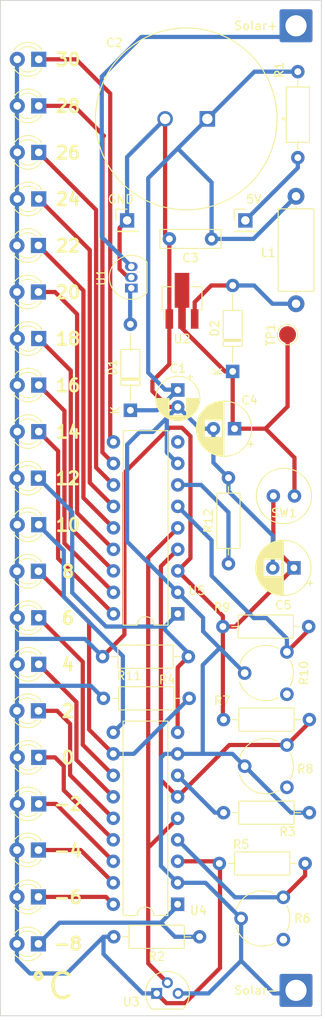
<source format=kicad_pcb>
(kicad_pcb (version 20211014) (generator pcbnew)
  (title_block (title "Solar temperature indicator") (date "2022-11-01"))
  (layers (0 "F.Cu" signal) (31 "B.Cu" signal) (34 "B.Paste" user) (35 "F.Paste" user) (36 "B.SilkS" user "B.Silkscreen") (37 "F.SilkS" user "F.Silkscreen") (38 "B.Mask" user) (39 "F.Mask" user) (44 "Edge.Cuts" user))
  (net 0 "")
  (net 1 "/supply/Solar+")
  (net 2 "GND")
  (net 3 "/supply/5V")
  (net 4 "Net-(D3-Pad1)")
  (net 5 "Net-(D4-Pad1)")
  (net 6 "Net-(D5-Pad1)")
  (net 7 "Net-(D6-Pad1)")
  (net 8 "Net-(D7-Pad1)")
  (net 9 "Net-(D8-Pad1)")
  (net 10 "Net-(D9-Pad1)")
  (net 11 "Net-(D10-Pad1)")
  (net 12 "Net-(D11-Pad1)")
  (net 13 "Net-(D14-Pad1)")
  (net 14 "Net-(D15-Pad1)")
  (net 15 "Net-(D16-Pad1)")
  (net 16 "Net-(D17-Pad1)")
  (net 17 "Net-(D18-Pad1)")
  (net 18 "Net-(D19-Pad1)")
  (net 19 "Net-(D20-Pad1)")
  (net 20 "Net-(D21-Pad1)")
  (net 22 "/temp_indicator/5V")
  (net 23 "Net-(U3-Pad2)")
  (net 24 "Net-(J3-Pad1)")
  (net 25 "Net-(D2-Pad2)")
  (net 26 "Net-(D12-Pad1)")
  (net 27 "Net-(D22-Pad1)")
  (net 28 "Net-(D1-Pad2)")
  (net 29 "Net-(C1-Pad1)")
  (net 30 "Net-(D13-Pad1)")
  (net 31 "Net-(R3-Pad1)")
  (net 32 "Net-(R5-Pad2)")
  (net 33 "Net-(R7-Pad2)")
  (net 34 "Net-(R10-Pad1)")
  (net 35 "Net-(R12-Pad1)")
  (footprint "Connector_Wire:SolderWire-2sqmm_1x01_D2mm_OD3.9mm" (layer "F.Cu") (at 152 37)
    (fp_text reference "Solar+" (at -4.75 0) (layer "F.SilkS"))
    (fp_text value "Solar+")
    (pad "1" thru_hole roundrect (at 0 0) (size 3.9 3.9) (drill 2.5) (layers *.Cu *.Mask) (roundrect_rratio 0.06410307692) (net 1 "/supply/Solar+"))
  )
  (footprint "LED_THT:LED_D3.0mm" (layer "F.Cu") (at 121.53779 123.461464 180)
    (fp_text reference "D7" hide)
    (fp_text value "D" hide)
    (pad "1" thru_hole rect (at 0 0 180) (size 1.8 1.8) (drill 0.9) (layers *.Cu *.Mask) (net 8 "Net-(D7-Pad1)"))
    (pad "2" thru_hole circle (at 2.54 0 180) (size 1.8 1.8) (drill 0.9) (layers *.Cu *.Mask) (net 22 "/temp_indicator/5V"))
  )
  (footprint "LED_THT:LED_D3.0mm" (layer "F.Cu") (at 121.53779 84.961464 180)
    (fp_text reference "D14" hide)
    (fp_text value "D" hide)
    (pad "1" thru_hole rect (at 0 0 180) (size 1.8 1.8) (drill 0.9) (layers *.Cu *.Mask) (net 13 "Net-(D14-Pad1)"))
    (pad "2" thru_hole circle (at 2.54 0 180) (size 1.8 1.8) (drill 0.9) (layers *.Cu *.Mask) (net 22 "/temp_indicator/5V"))
  )
  (footprint "Resistor_THT:R_Axial_DIN0207_L6.3mm_D2.5mm_P10.16mm_Horizontal" (layer "F.Cu") (at 143.34 108)
    (fp_text reference "R9" (at -0.09 -2.25) (layer "F.SilkS"))
    (fp_text value "1k")
    (pad "1" thru_hole circle (at 0 0) (size 1.6 1.6) (drill 0.8) (layers *.Cu *.Mask) (net 22 "/temp_indicator/5V"))
    (pad "2" thru_hole oval (at 10.16 0) (size 1.6 1.6) (drill 0.8) (layers *.Cu *.Mask) (net 34 "Net-(R10-Pad1)"))
  )
  (footprint "Potentiometer_THT:Potentiometer_Piher_PT-6-V_Vertical" (layer "F.Cu") (at 150.5 140 180)
    (fp_text reference "R6" (at -2.25 -2.5 180) (layer "F.SilkS"))
    (fp_text value "500")
    (pad "1" thru_hole circle (at 0 0 180) (size 1.62 1.62) (drill 0.9) (layers *.Cu *.Mask) (net 32 "Net-(R5-Pad2)"))
    (pad "2" thru_hole circle (at 5 -2.5 180) (size 1.62 1.62) (drill 0.9) (layers *.Cu *.Mask) (net 2 "GND"))
    (pad "3" thru_hole circle (at 0 -5 180) (size 1.62 1.62) (drill 0.9) (layers *.Cu *.Mask))
  )
  (footprint "LED_THT:LED_D3.0mm" (layer "F.Cu") (at 121.5 145.5 180)
    (fp_text reference "D3" hide)
    (fp_text value "D" hide)
    (pad "1" thru_hole rect (at 0 0 180) (size 1.8 1.8) (drill 0.9) (layers *.Cu *.Mask) (net 4 "Net-(D3-Pad1)"))
    (pad "2" thru_hole circle (at 2.54 0 180) (size 1.8 1.8) (drill 0.9) (layers *.Cu *.Mask) (net 22 "/temp_indicator/5V"))
  )
  (footprint "LED_THT:LED_D3.0mm" (layer "F.Cu") (at 121.53779 112.461464 180)
    (fp_text reference "D9" hide)
    (fp_text value "D" hide)
    (pad "1" thru_hole rect (at 0 0 180) (size 1.8 1.8) (drill 0.9) (layers *.Cu *.Mask) (net 10 "Net-(D9-Pad1)"))
    (pad "2" thru_hole circle (at 2.54 0 180) (size 1.8 1.8) (drill 0.9) (layers *.Cu *.Mask) (net 22 "/temp_indicator/5V"))
  )
  (footprint "Package_DIP:DIP-18_W7.62mm" (layer "F.Cu") (at 138 106.5 180)
    (fp_text reference "U5" (at -2.25 2.75) (layer "F.SilkS"))
    (fp_text value "LM3914N")
    (pad "1" thru_hole rect (at 0 0 180) (size 1.6 1.6) (drill 0.8) (layers *.Cu *.Mask) (net 30 "Net-(D13-Pad1)"))
    (pad "2" thru_hole oval (at 0 2.54 180) (size 1.6 1.6) (drill 0.8) (layers *.Cu *.Mask) (net 2 "GND"))
    (pad "3" thru_hole oval (at 0 5.08 180) (size 1.6 1.6) (drill 0.8) (layers *.Cu *.Mask) (net 22 "/temp_indicator/5V"))
    (pad "4" thru_hole oval (at 0 7.62 180) (size 1.6 1.6) (drill 0.8) (layers *.Cu *.Mask) (net 33 "Net-(R7-Pad2)"))
    (pad "5" thru_hole oval (at 0 10.16 180) (size 1.6 1.6) (drill 0.8) (layers *.Cu *.Mask) (net 23 "Net-(U3-Pad2)"))
    (pad "6" thru_hole oval (at 0 12.7 180) (size 1.6 1.6) (drill 0.8) (layers *.Cu *.Mask) (net 34 "Net-(R10-Pad1)"))
    (pad "7" thru_hole oval (at 0 15.24 180) (size 1.6 1.6) (drill 0.8) (layers *.Cu *.Mask) (net 35 "Net-(R12-Pad1)"))
    (pad "8" thru_hole oval (at 0 17.78 180) (size 1.6 1.6) (drill 0.8) (layers *.Cu *.Mask) (net 2 "GND"))
    (pad "9" thru_hole oval (at 0 20.32 180) (size 1.6 1.6) (drill 0.8) (layers *.Cu *.Mask))
    (pad "10" thru_hole oval (at 7.62 20.32 180) (size 1.6 1.6) (drill 0.8) (layers *.Cu *.Mask) (net 27 "Net-(D22-Pad1)"))
    (pad "11" thru_hole oval (at 7.62 17.78 180) (size 1.6 1.6) (drill 0.8) (layers *.Cu *.Mask) (net 20 "Net-(D21-Pad1)"))
    (pad "12" thru_hole oval (at 7.62 15.24 180) (size 1.6 1.6) (drill 0.8) (layers *.Cu *.Mask) (net 19 "Net-(D20-Pad1)"))
    (pad "13" thru_hole oval (at 7.62 12.7 180) (size 1.6 1.6) (drill 0.8) (layers *.Cu *.Mask) (net 18 "Net-(D19-Pad1)"))
    (pad "14" thru_hole oval (at 7.62 10.16 180) (size 1.6 1.6) (drill 0.8) (layers *.Cu *.Mask) (net 17 "Net-(D18-Pad1)"))
    (pad "15" thru_hole oval (at 7.62 7.62 180) (size 1.6 1.6) (drill 0.8) (layers *.Cu *.Mask) (net 16 "Net-(D17-Pad1)"))
    (pad "16" thru_hole oval (at 7.62 5.08 180) (size 1.6 1.6) (drill 0.8) (layers *.Cu *.Mask) (net 15 "Net-(D16-Pad1)"))
    (pad "17" thru_hole oval (at 7.62 2.54 180) (size 1.6 1.6) (drill 0.8) (layers *.Cu *.Mask) (net 14 "Net-(D15-Pad1)"))
    (pad "18" thru_hole oval (at 7.62 0 180) (size 1.6 1.6) (drill 0.8) (layers *.Cu *.Mask) (net 13 "Net-(D14-Pad1)"))
  )
  (footprint "Capacitor_THT:C_Rect_L7.0mm_W2.0mm_P5.00mm" (layer "F.Cu") (at 142.002515 62.184058 180)
    (fp_text reference "C3" (at 2.5 -2.25) (layer "F.SilkS"))
    (fp_text value "0.1u")
    (pad "1" thru_hole circle (at 0 0 180) (size 1.6 1.6) (drill 0.8) (layers *.Cu *.Mask) (net 29 "Net-(C1-Pad1)"))
    (pad "2" thru_hole circle (at 5 0 180) (size 1.6 1.6) (drill 0.8) (layers *.Cu *.Mask) (net 2 "GND"))
  )
  (footprint "LED_THT:LED_D3.0mm" (layer "F.Cu") (at 121.53779 95.961464 180)
    (fp_text reference "D12" hide)
    (fp_text value "D" hide)
    (pad "1" thru_hole rect (at 0 0 180) (size 1.8 1.8) (drill 0.9) (layers *.Cu *.Mask) (net 26 "Net-(D12-Pad1)"))
    (pad "2" thru_hole circle (at 2.54 0 180) (size 1.8 1.8) (drill 0.9) (layers *.Cu *.Mask) (net 22 "/temp_indicator/5V"))
  )
  (footprint "LED_THT:LED_D3.0mm" (layer "F.Cu") (at 121.5 117.961464 180)
    (fp_text reference "D8" hide)
    (fp_text value "D" hide)
    (pad "1" thru_hole rect (at 0 0 180) (size 1.8 1.8) (drill 0.9) (layers *.Cu *.Mask) (net 9 "Net-(D8-Pad1)"))
    (pad "2" thru_hole circle (at 2.54 0 180) (size 1.8 1.8) (drill 0.9) (layers *.Cu *.Mask) (net 22 "/temp_indicator/5V"))
  )
  (footprint "LED_THT:LED_D3.0mm" (layer "F.Cu") (at 121.53779 46.461464 180)
    (fp_text reference "D21" hide)
    (fp_text value "D" hide)
    (pad "1" thru_hole rect (at 0 0 180) (size 1.8 1.8) (drill 0.9) (layers *.Cu *.Mask) (net 20 "Net-(D21-Pad1)"))
    (pad "2" thru_hole circle (at 2.54 0 180) (size 1.8 1.8) (drill 0.9) (layers *.Cu *.Mask) (net 22 "/temp_indicator/5V"))
  )
  (footprint "Resistor_THT:R_Axial_DIN0207_L6.3mm_D2.5mm_P10.16mm_Horizontal" (layer "F.Cu") (at 129.194233 116.483702)
    (fp_text reference "R4" (at 7.542905 -2.192034) (layer "F.SilkS"))
    (fp_text value "20k")
    (pad "1" thru_hole circle (at 0 0) (size 1.6 1.6) (drill 0.8) (layers *.Cu *.Mask) (net 22 "/temp_indicator/5V"))
    (pad "2" thru_hole oval (at 10.16 0) (size 1.6 1.6) (drill 0.8) (layers *.Cu *.Mask) (net 12 "Net-(D11-Pad1)"))
  )
  (footprint "LED_THT:LED_D3.0mm" (layer "F.Cu") (at 121.53779 79.461464 180)
    (fp_text reference "D15" hide)
    (fp_text value "D" hide)
    (pad "1" thru_hole rect (at 0 0 180) (size 1.8 1.8) (drill 0.9) (layers *.Cu *.Mask) (net 14 "Net-(D15-Pad1)"))
    (pad "2" thru_hole circle (at 2.54 0 180) (size 1.8 1.8) (drill 0.9) (layers *.Cu *.Mask) (net 22 "/temp_indicator/5V"))
  )
  (footprint "Capacitor_THT:CP_Radial_D5.0mm_P2.00mm" (layer "F.Cu") (at 138 80.044888 -90)
    (fp_text reference "C1" (at -2.544888 0 180) (layer "F.SilkS"))
    (fp_text value "1u")
    (pad "1" thru_hole rect (at 0 0 270) (size 1.6 1.6) (drill 0.8) (layers *.Cu *.Mask) (net 29 "Net-(C1-Pad1)"))
    (pad "2" thru_hole circle (at 2 0 270) (size 1.6 1.6) (drill 0.8) (layers *.Cu *.Mask) (net 2 "GND"))
  )
  (footprint "footprints:CAP_DB-5R5D155T" (layer "F.Cu") (at 139 48 180)
    (fp_text reference "C2" (at 8.5 9) (layer "F.SilkS"))
    (fp_text value "1F")
    (pad "1" thru_hole rect locked (at -2.5 0 180) (size 1.85 1.85) (drill 1.23) (layers *.Cu *.Mask) (net 29 "Net-(C1-Pad1)"))
    (pad "2" thru_hole circle locked (at 2.5 0 180) (size 1.85 1.85) (drill 1.23) (layers *.Cu *.Mask) (net 2 "GND"))
  )
  (footprint "Package_TO_SOT_THT:TO-92" (layer "F.Cu") (at 135.5 151.36)
    (fp_text reference "U3" (at -3 1) (layer "F.SilkS"))
    (fp_text value "LM35-LP")
    (pad "1" thru_hole rect (at 0 0) (size 1.3 1.3) (drill 0.75) (layers *.Cu *.Mask) (net 22 "/temp_indicator/5V"))
    (pad "2" thru_hole circle (at 1.27 -1.27) (size 1.3 1.3) (drill 0.75) (layers *.Cu *.Mask) (net 23 "Net-(U3-Pad2)"))
    (pad "3" thru_hole circle (at 2.54 0) (size 1.3 1.3) (drill 0.75) (layers *.Cu *.Mask) (net 2 "GND"))
  )
  (footprint "Package_TO_SOT_THT:TO-92_Inline" (layer "F.Cu") (at 132.5 68 90)
    (fp_text reference "U1" (at 1.27 -3.56 90) (layer "F.SilkS"))
    (fp_text value "LP2950")
    (pad "1" thru_hole rect (at 0 0 90) (size 1.05 1.5) (drill 0.75) (layers *.Cu *.Mask) (net 28 "Net-(D1-Pad2)"))
    (pad "2" thru_hole oval (at 1.27 0 90) (size 1.05 1.5) (drill 0.75) (layers *.Cu *.Mask) (net 2 "GND"))
    (pad "3" thru_hole oval (at 2.54 0 90) (size 1.05 1.5) (drill 0.75) (layers *.Cu *.Mask) (net 1 "/supply/Solar+"))
  )
  (footprint "Potentiometer_THT:Potentiometer_Piher_PT-6-V_Vertical" (layer "F.Cu") (at 150.92 111 180)
    (fp_text reference "R10" (at -2 -2.499325 90) (layer "F.SilkS"))
    (fp_text value "500")
    (pad "1" thru_hole circle (at 0 0 180) (size 1.62 1.62) (drill 0.9) (layers *.Cu *.Mask) (net 34 "Net-(R10-Pad1)"))
    (pad "2" thru_hole circle (at 5 -2.5 180) (size 1.62 1.62) (drill 0.9) (layers *.Cu *.Mask) (net 2 "GND"))
    (pad "3" thru_hole circle (at 0 -5 180) (size 1.62 1.62) (drill 0.9) (layers *.Cu *.Mask))
  )
  (footprint "Package_TO_SOT_SMD:SOT-89-3_Handsoldering" (layer "F.Cu") (at 138.5 69.5 90)
    (fp_text reference "U2" (at -4.5 0 180) (layer "F.SilkS"))
    (fp_text value "CE8301")
    (pad "1" smd rect (at -2.15 -1.5 90) (size 2.3 0.9) (layers "F.Cu" "F.Paste" "F.Mask") (net 2 "GND"))
    (pad "2" smd custom (at -2.0625 0 90) (size 2.475 0.9) (layers "F.Cu" "F.Paste" "F.Mask") (net 3 "/supply/5V") (options (clearance outline) (anchor rect)) (primitives (gr_poly (pts (xy 5.3625 0.8665) (xy 1.2375 0.8665) (xy 1.2375 -0.8665) (xy 5.3625 -0.8665)) (width 0) (fill yes))))
    (pad "3" smd rect (at -2.15 1.5 90) (size 2.3 0.9) (layers "F.Cu" "F.Paste" "F.Mask") (net 25 "Net-(D2-Pad2)"))
  )
  (footprint "LED_THT:LED_D3.0mm" (layer "F.Cu") (at 121.53779 106.961464 180)
    (fp_text reference "D10" hide)
    (fp_text value "D" hide)
    (pad "1" thru_hole rect (at 0 0 180) (size 1.8 1.8) (drill 0.9) (layers *.Cu *.Mask) (net 11 "Net-(D10-Pad1)"))
    (pad "2" thru_hole circle (at 2.54 0 180) (size 1.8 1.8) (drill 0.9) (layers *.Cu *.Mask) (net 22 "/temp_indicator/5V"))
  )
  (footprint "Diode_THT:D_DO-35_SOD27_P10.16mm_Horizontal" (layer "F.Cu") (at 132.386961 82.438882 90)
    (fp_text reference "D1" (at 5.08 -2.12 90) (layer "F.SilkS"))
    (fp_text value "D_Schottky")
    (fp_text user "K" (at 0 -1.8 90) (layer "F.SilkS"))
    (pad "1" thru_hole rect (at 0 0 90) (size 1.6 1.6) (drill 0.8) (layers *.Cu *.Mask) (net 29 "Net-(C1-Pad1)"))
    (pad "2" thru_hole oval (at 10.16 0 90) (size 1.6 1.6) (drill 0.8) (layers *.Cu *.Mask) (net 28 "Net-(D1-Pad2)"))
  )
  (footprint "Resistor_THT:R_Axial_DIN0207_L6.3mm_D2.5mm_P10.16mm_Horizontal" (layer "F.Cu") (at 130.42 144.664602)
    (fp_text reference "R2" (at 5.08 2.335398) (layer "F.SilkS"))
    (fp_text value "10k")
    (pad "1" thru_hole circle (at 0 0) (size 1.6 1.6) (drill 0.8) (layers *.Cu *.Mask) (net 22 "/temp_indicator/5V"))
    (pad "2" thru_hole oval (at 10.16 0) (size 1.6 1.6) (drill 0.8) (layers *.Cu *.Mask) (net 4 "Net-(D3-Pad1)"))
  )
  (footprint "Resistor_THT:R_Axial_DIN0207_L6.3mm_D2.5mm_P10.16mm_Horizontal" (layer "F.Cu") (at 142.92 136)
    (fp_text reference "R5" (at 2.58 -2.25) (layer "F.SilkS"))
    (fp_text value "1k")
    (pad "1" thru_hole circle (at 0 0) (size 1.6 1.6) (drill 0.8) (layers *.Cu *.Mask) (net 22 "/temp_indicator/5V"))
    (pad "2" thru_hole oval (at 10.16 0) (size 1.6 1.6) (drill 0.8) (layers *.Cu *.Mask) (net 32 "Net-(R5-Pad2)"))
  )
  (footprint "Resistor_THT:R_Axial_DIN0207_L6.3mm_D2.5mm_P10.16mm_Horizontal" (layer "F.Cu") (at 143.42 119)
    (fp_text reference "R7" (at -0.17 -2.25) (layer "F.SilkS"))
    (fp_text value "1k")
    (pad "1" thru_hole circle (at 0 0) (size 1.6 1.6) (drill 0.8) (layers *.Cu *.Mask) (net 22 "/temp_indicator/5V"))
    (pad "2" thru_hole oval (at 10.16 0) (size 1.6 1.6) (drill 0.8) (layers *.Cu *.Mask) (net 33 "Net-(R7-Pad2)"))
  )
  (footprint "Resistor_THT:R_Axial_DIN0207_L6.3mm_D2.5mm_P10.16mm_Horizontal" (layer "F.Cu") (at 129.09369 111.555833)
    (fp_text reference "R11" (at 3.15631 2.26071) (layer "F.SilkS"))
    (fp_text value "10k")
    (pad "1" thru_hole circle (at 0 0) (size 1.6 1.6) (drill 0.8) (layers *.Cu *.Mask) (net 22 "/temp_indicator/5V"))
    (pad "2" thru_hole oval (at 10.16 0) (size 1.6 1.6) (drill 0.8) (layers *.Cu *.Mask) (net 30 "Net-(D13-Pad1)"))
  )
  (footprint "LED_THT:LED_D3.0mm" (layer "F.Cu") (at 121.5 101.461464 180)
    (fp_text reference "D11" hide)
    (fp_text value "D" hide)
    (pad "1" thru_hole rect (at 0 0 180) (size 1.8 1.8) (drill 0.9) (layers *.Cu *.Mask) (net 12 "Net-(D11-Pad1)"))
    (pad "2" thru_hole circle (at 2.54 0 180) (size 1.8 1.8) (drill 0.9) (layers *.Cu *.Mask) (net 22 "/temp_indicator/5V"))
  )
  (footprint "LED_THT:LED_D3.0mm" (layer "F.Cu") (at 121.5 68.461464 180)
    (fp_text reference "D17" hide)
    (fp_text value "D" hide)
    (pad "1" thru_hole rect (at 0 0 180) (size 1.8 1.8) (drill 0.9) (layers *.Cu *.Mask) (net 16 "Net-(D17-Pad1)"))
    (pad "2" thru_hole circle (at 2.54 0 180) (size 1.8 1.8) (drill 0.9) (layers *.Cu *.Mask) (net 22 "/temp_indicator/5V"))
  )
  (footprint "LED_THT:LED_D3.0mm" (layer "F.Cu") (at 121.5 139.95221 180)
    (fp_text reference "D4" hide)
    (fp_text value "D" hide)
    (pad "1" thru_hole rect (at 0 0 180) (size 1.8 1.8) (drill 0.9) (layers *.Cu *.Mask) (net 5 "Net-(D4-Pad1)"))
    (pad "2" thru_hole circle (at 2.54 0 180) (size 1.8 1.8) (drill 0.9) (layers *.Cu *.Mask) (net 22 "/temp_indicator/5V"))
  )
  (footprint "LED_THT:LED_D3.0mm" (layer "F.Cu") (at 121.5 134.41221 180)
    (fp_text reference "D5" hide)
    (fp_text value "D" hide)
    (pad "1" thru_hole rect (at 0 0 180) (size 1.8 1.8) (drill 0.9) (layers *.Cu *.Mask) (net 6 "Net-(D5-Pad1)"))
    (pad "2" thru_hole circle (at 2.54 0 180) (size 1.8 1.8) (drill 0.9) (layers *.Cu *.Mask) (net 22 "/temp_indicator/5V"))
  )
  (footprint "LED_THT:LED_D3.0mm" (layer "F.Cu") (at 121.53779 40.961464 180)
    (fp_text reference "D22" hide)
    (fp_text value "D" hide)
    (pad "1" thru_hole rect (at 0 0 180) (size 1.8 1.8) (drill 0.9) (layers *.Cu *.Mask) (net 27 "Net-(D22-Pad1)"))
    (pad "2" thru_hole circle (at 2.54 0 180) (size 1.8 1.8) (drill 0.9) (layers *.Cu *.Mask) (net 22 "/temp_indicator/5V"))
  )
  (footprint "Diode_THT:D_DO-35_SOD27_P10.16mm_Horizontal" (layer "F.Cu") (at 144.5 77.85 90)
    (fp_text reference "D2" (at 5.08 -2.12 90) (layer "F.SilkS"))
    (fp_text value "D_Schottky")
    (fp_text user "K" (at 0 -1.8 90) (layer "F.SilkS"))
    (pad "1" thru_hole rect (at 0 0 90) (size 1.6 1.6) (drill 0.8) (layers *.Cu *.Mask) (net 3 "/supply/5V"))
    (pad "2" thru_hole oval (at 10.16 0 90) (size 1.6 1.6) (drill 0.8) (layers *.Cu *.Mask) (net 25 "Net-(D2-Pad2)"))
  )
  (footprint "Resistor_THT:R_Axial_DIN0207_L6.3mm_D2.5mm_P10.16mm_Horizontal" (layer "F.Cu") (at 152.214143 52.58 90)
    (fp_text reference "R1" (at 10.364302 -2.202761 90) (layer "F.SilkS"))
    (fp_text value "1k")
    (pad "1" thru_hole circle (at 0 0 90) (size 1.6 1.6) (drill 0.8) (layers *.Cu *.Mask) (net 24 "Net-(J3-Pad1)"))
    (pad "2" thru_hole oval (at 10.16 0 90) (size 1.6 1.6) (drill 0.8) (layers *.Cu *.Mask) (net 29 "Net-(C1-Pad1)"))
  )
  (footprint "Resistor_THT:R_Axial_DIN0207_L6.3mm_D2.5mm_P10.16mm_Horizontal" (layer "F.Cu") (at 144 100.58 90)
    (fp_text reference "R12" (at 5.08 -2.37 90) (layer "F.SilkS"))
    (fp_text value "68k")
    (pad "1" thru_hole circle (at 0 0 90) (size 1.6 1.6) (drill 0.8) (layers *.Cu *.Mask) (net 35 "Net-(R12-Pad1)"))
    (pad "2" thru_hole oval (at 10.16 0 90) (size 1.6 1.6) (drill 0.8) (layers *.Cu *.Mask) (net 2 "GND"))
  )
  (footprint "Capacitor_THT:C_Radial_D6.3mm_H11.0mm_P2.50mm" (layer "F.Cu") (at 151.817428 92.566007 180)
    (fp_text reference "SW1" (at 1.25 -2) (layer "F.SilkS"))
    (fp_text value "SW_SPST" hide)
    (pad "1" thru_hole circle (at 0 0 180) (size 1.6 1.6) (drill 0.8) (layers *.Cu *.Mask) (net 3 "/supply/5V"))
    (pad "2" thru_hole circle (at 2.5 0 180) (size 1.6 1.6) (drill 0.8) (layers *.Cu *.Mask) (net 22 "/temp_indicator/5V"))
  )
  (footprint "Inductor_THT:L_Axial_L9.5mm_D4.0mm_P12.70mm_Horizontal_Fastron_SMCC" (layer "F.Cu") (at 152 57.15 -90)
    (fp_text reference "L1" (at 6.659765 3.274722 180) (layer "F.SilkS"))
    (fp_text value "47u")
    (pad "1" thru_hole circle (at 0 0 270) (size 2 2) (drill 1) (layers *.Cu *.Mask) (net 29 "Net-(C1-Pad1)"))
    (pad "2" thru_hole oval (at 12.7 0 270) (size 2 2) (drill 1) (layers *.Cu *.Mask) (net 25 "Net-(D2-Pad2)"))
  )
  (footprint "TestPoint:TestPoint_Pad_D2.0mm" (layer "F.Cu") (at 151 73.5 90)
    (fp_text reference "TP1" (at 0 -1.998 90) (layer "F.SilkS"))
    (fp_text value "TestPoint")
    (pad "1" smd circle (at 0 0 90) (size 2 2) (layers "F.Cu" "F.Mask") (net 3 "/supply/5V"))
  )
  (footprint "Connector_PinHeader_2.54mm:PinHeader_1x01_P2.54mm_Vertical" (layer "F.Cu") (at 132 60)
    (fp_text reference "GND" (at -0.75 -2.5) (layer "F.SilkS"))
    (fp_text value "Conn_01x01_Male" hide)
    (pad "1" thru_hole rect (at 0 0) (size 1.7 1.7) (drill 1) (layers *.Cu *.Mask) (net 2 "GND"))
  )
  (footprint "Capacitor_THT:CP_Radial_D6.3mm_P2.50mm" (layer "F.Cu") (at 151.749808 101.066007 180)
    (fp_text reference "C5" (at 1.25 -4.4) (layer "F.SilkS"))
    (fp_text value "20u")
    (pad "1" thru_hole rect (at 0 0 180) (size 1.6 1.6) (drill 0.8) (layers *.Cu *.Mask) (net 22 "/temp_indicator/5V"))
    (pad "2" thru_hole circle (at 2.5 0 180) (size 1.6 1.6) (drill 0.8) (layers *.Cu *.Mask) (net 2 "GND"))
  )
  (footprint "Connector_Wire:SolderWire-2sqmm_1x01_D2mm_OD3.9mm" (layer "F.Cu") (at 152 151)
    (fp_text reference "Solar-" (at -4.75 0) (layer "F.SilkS"))
    (fp_text value "Solar-")
    (pad "1" thru_hole roundrect (at 0 0) (size 3.9 3.9) (drill 2.5) (layers *.Cu *.Mask) (roundrect_rratio 0.06410307692) (net 2 "GND"))
  )
  (footprint "Connector_PinHeader_2.54mm:PinHeader_1x01_P2.54mm_Vertical" (layer "F.Cu") (at 146 60)
    (fp_text reference "5V" (at 1 -2.5) (layer "F.SilkS"))
    (fp_text value "Conn_01x01_Male" hide)
    (pad "1" thru_hole rect (at 0 0) (size 1.7 1.7) (drill 1) (layers *.Cu *.Mask) (net 24 "Net-(J3-Pad1)"))
  )
  (footprint "LED_THT:LED_D3.0mm" (layer "F.Cu") (at 121.53779 128.961464 180)
    (fp_text reference "D6" hide)
    (fp_text value "D" hide)
    (pad "1" thru_hole rect (at 0 0 180) (size 1.8 1.8) (drill 0.9) (layers *.Cu *.Mask) (net 7 "Net-(D6-Pad1)"))
    (pad "2" thru_hole circle (at 2.54 0 180) (size 1.8 1.8) (drill 0.9) (layers *.Cu *.Mask) (net 22 "/temp_indicator/5V"))
  )
  (footprint "Potentiometer_THT:Potentiometer_Piher_PT-6-V_Vertical" (layer "F.Cu") (at 150.92 122 180)
    (fp_text reference "R8" (at -2.176963 -2.832573 180) (layer "F.SilkS"))
    (fp_text value "500")
    (pad "1" thru_hole circle (at 0 0 180) (size 1.62 1.62) (drill 0.9) (layers *.Cu *.Mask) (net 33 "Net-(R7-Pad2)"))
    (pad "2" thru_hole circle (at 5 -2.5 180) (size 1.62 1.62) (drill 0.9) (layers *.Cu *.Mask) (net 2 "GND"))
    (pad "3" thru_hole circle (at 0 -5 180) (size 1.62 1.62) (drill 0.9) (layers *.Cu *.Mask))
  )
  (footprint "LED_THT:LED_D3.0mm" (layer "F.Cu") (at 121.5 90.461464 180)
    (fp_text reference "D13" hide)
    (fp_text value "D" hide)
    (pad "1" thru_hole rect (at 0 0 180) (size 1.8 1.8) (drill 0.9) (layers *.Cu *.Mask) (net 30 "Net-(D13-Pad1)"))
    (pad "2" thru_hole circle (at 2.54 0 180) (size 1.8 1.8) (drill 0.9) (layers *.Cu *.Mask) (net 22 "/temp_indicator/5V"))
  )
  (footprint "LED_THT:LED_D3.0mm" (layer "F.Cu") (at 121.5 62.961464 180)
    (fp_text reference "D18" hide)
    (fp_text value "D" hide)
    (pad "1" thru_hole rect (at 0 0 180) (size 1.8 1.8) (drill 0.9) (layers *.Cu *.Mask) (net 17 "Net-(D18-Pad1)"))
    (pad "2" thru_hole circle (at 2.54 0 180) (size 1.8 1.8) (drill 0.9) (layers *.Cu *.Mask) (net 22 "/temp_indicator/5V"))
  )
  (footprint "LED_THT:LED_D3.0mm" (layer "F.Cu") (at 121.53779 57.461464 180)
    (fp_text reference "D19" hide)
    (fp_text value "D" hide)
    (pad "1" thru_hole rect (at 0 0 180) (size 1.8 1.8) (drill 0.9) (layers *.Cu *.Mask) (net 18 "Net-(D19-Pad1)"))
    (pad "2" thru_hole circle (at 2.54 0 180) (size 1.8 1.8) (drill 0.9) (layers *.Cu *.Mask) (net 22 "/temp_indicator/5V"))
  )
  (footprint "LED_THT:LED_D3.0mm" (layer "F.Cu") (at 121.53779 51.961464 180)
    (fp_text reference "D20" hide)
    (fp_text value "D" hide)
    (pad "1" thru_hole rect (at 0 0 180) (size 1.8 1.8) (drill 0.9) (layers *.Cu *.Mask) (net 19 "Net-(D20-Pad1)"))
    (pad "2" thru_hole circle (at 2.54 0 180) (size 1.8 1.8) (drill 0.9) (layers *.Cu *.Mask) (net 22 "/temp_indicator/5V"))
  )
  (footprint "Resistor_THT:R_Axial_DIN0207_L6.3mm_D2.5mm_P10.16mm_Horizontal" (layer "F.Cu") (at 143.42 130)
    (fp_text reference "R3" (at 7.58 2.25) (layer "F.SilkS"))
    (fp_text value "68k")
    (pad "1" thru_hole circle (at 0 0) (size 1.6 1.6) (drill 0.8) (layers *.Cu *.Mask) (net 31 "Net-(R3-Pad1)"))
    (pad "2" thru_hole oval (at 10.16 0) (size 1.6 1.6) (drill 0.8) (layers *.Cu *.Mask) (net 2 "GND"))
  )
  (footprint "Package_DIP:DIP-18_W7.62mm" (layer "F.Cu") (at 137.982822 140.825461 180)
    (fp_text reference "U4" (at -2.458838 -0.754845) (layer "F.SilkS"))
    (fp_text value "LM3914N" hide)
    (pad "1" thru_hole rect (at 0 0 180) (size 1.6 1.6) (drill 0.8) (layers *.Cu *.Mask) (net 4 "Net-(D3-Pad1)"))
    (pad "2" thru_hole oval (at 0 2.54 180) (size 1.6 1.6) (drill 0.8) (layers *.Cu *.Mask) (net 2 "GND"))
    (pad "3" thru_hole oval (at 0 5.08 180) (size 1.6 1.6) (drill 0.8) (layers *.Cu *.Mask) (net 22 "/temp_indicator/5V"))
    (pad "4" thru_hole oval (at 0 7.62 180) (size 1.6 1.6) (drill 0.8) (layers *.Cu *.Mask) (net 32 "Net-(R5-Pad2)"))
    (pad "5" thru_hole oval (at 0 10.16 180) (size 1.6 1.6) (drill 0.8) (layers *.Cu *.Mask) (net 23 "Net-(U3-Pad2)"))
    (pad "6" thru_hole oval (at 0 12.7 180) (size 1.6 1.6) (drill 0.8) (layers *.Cu *.Mask) (net 33 "Net-(R7-Pad2)"))
    (pad "7" thru_hole oval (at 0 15.24 180) (size 1.6 1.6) (drill 0.8) (layers *.Cu *.Mask) (net 31 "Net-(R3-Pad1)"))
    (pad "8" thru_hole oval (at 0 17.78 180) (size 1.6 1.6) (drill 0.8) (layers *.Cu *.Mask) (net 2 "GND"))
    (pad "9" thru_hole oval (at 0 20.32 180) (size 1.6 1.6) (drill 0.8) (layers *.Cu *.Mask) (net 30 "Net-(D13-Pad1)"))
    (pad "10" thru_hole oval (at 7.62 20.32 180) (size 1.6 1.6) (drill 0.8) (layers *.Cu *.Mask) (net 26 "Net-(D12-Pad1)"))
    (pad "11" thru_hole oval (at 7.62 17.78 180) (size 1.6 1.6) (drill 0.8) (layers *.Cu *.Mask) (net 12 "Net-(D11-Pad1)"))
    (pad "12" thru_hole oval (at 7.62 15.24 180) (size 1.6 1.6) (drill 0.8) (layers *.Cu *.Mask) (net 11 "Net-(D10-Pad1)"))
    (pad "13" thru_hole oval (at 7.62 12.7 180) (size 1.6 1.6) (drill 0.8) (layers *.Cu *.Mask) (net 10 "Net-(D9-Pad1)"))
    (pad "14" thru_hole oval (at 7.62 10.16 180) (size 1.6 1.6) (drill 0.8) (layers *.Cu *.Mask) (net 9 "Net-(D8-Pad1)"))
    (pad "15" thru_hole oval (at 7.62 7.62 180) (size 1.6 1.6) (drill 0.8) (layers *.Cu *.Mask) (net 8 "Net-(D7-Pad1)"))
    (pad "16" thru_hole oval (at 7.62 5.08 180) (size 1.6 1.6) (drill 0.8) (layers *.Cu *.Mask) (net 7 "Net-(D6-Pad1)"))
    (pad "17" thru_hole oval (at 7.62 2.54 180) (size 1.6 1.6) (drill 0.8) (layers *.Cu *.Mask) (net 6 "Net-(D5-Pad1)"))
    (pad "18" thru_hole oval (at 7.62 0 180) (size 1.6 1.6) (drill 0.8) (layers *.Cu *.Mask) (net 5 "Net-(D4-Pad1)"))
  )
  (footprint "LED_THT:LED_D3.0mm" (layer "F.Cu") (at 121.53779 73.961464 180)
    (fp_text reference "D16" hide)
    (fp_text value "D" hide)
    (pad "1" thru_hole rect (at 0 0 180) (size 1.8 1.8) (drill 0.9) (layers *.Cu *.Mask) (net 15 "Net-(D16-Pad1)"))
    (pad "2" thru_hole circle (at 2.54 0 180) (size 1.8 1.8) (drill 0.9) (layers *.Cu *.Mask) (net 22 "/temp_indicator/5V"))
  )
  (footprint "Capacitor_THT:CP_Radial_D6.3mm_P2.50mm" (layer "F.Cu") (at 144.720494 84.614342 180)
    (fp_text reference "C4" (at -1.779506 3.364342) (layer "F.SilkS"))
    (fp_text value "100u")
    (pad "1" thru_hole rect (at 0 0 180) (size 1.6 1.6) (drill 0.8) (layers *.Cu *.Mask) (net 3 "/supply/5V"))
    (pad "2" thru_hole circle (at 2.5 0 180) (size 1.6 1.6) (drill 0.8) (layers *.Cu *.Mask) (net 2 "GND"))
  )
  (gr_rect (start 117 154) (end 155 34) (layer "Edge.Cuts") (width 0.1) (fill none))
  (gr_text "26" (at 125 52) (layer "F.SilkS") (effects (font (size 1.5 1.5) (thickness 0.3))))
  (gr_text "4" (at 125 112.5) (layer "F.SilkS") (effects (font (size 1.5 1.5) (thickness 0.3))))
  (gr_text "14" (at 125 85) (layer "F.SilkS") (effects (font (size 1.5 1.5) (thickness 0.3))))
  (gr_text "24" (at 125 57.5) (layer "F.SilkS") (effects (font (size 1.5 1.5) (thickness 0.3))))
  (gr_text "28" (at 125 46.5) (layer "F.SilkS") (effects (font (size 1.5 1.5) (thickness 0.3))))
  (gr_text "20" (at 125 68.5) (layer "F.SilkS") (effects (font (size 1.5 1.5) (thickness 0.3))))
  (gr_text "8" (at 125 101.5) (layer "F.SilkS") (effects (font (size 1.5 1.5) (thickness 0.3))))
  (gr_text "12" (at 124.97221 90.490746) (layer "F.SilkS") (effects (font (size 1.5 1.5) (thickness 0.3))))
  (gr_text "°C" (at 123 150.5) (layer "F.SilkS") (effects (font (size 3 3) (thickness 0.4))))
  (gr_text "10" (at 125 96) (layer "F.SilkS") (effects (font (size 1.5 1.5) (thickness 0.3))))
  (gr_text "0" (at 125 123.5) (layer "F.SilkS") (effects (font (size 1.5 1.5) (thickness 0.3))))
  (gr_text "18" (at 125 74) (layer "F.SilkS") (effects (font (size 1.5 1.5) (thickness 0.3))))
  (gr_text "22" (at 125 63) (layer "F.SilkS") (effects (font (size 1.5 1.5) (thickness 0.3))))
  (gr_text "16" (at 125 79.5) (layer "F.SilkS") (effects (font (size 1.5 1.5) (thickness 0.3))))
  (gr_text "-4" (at 125 134.5) (layer "F.SilkS") (effects (font (size 1.5 1.5) (thickness 0.3))))
  (gr_text "-6" (at 125 140) (layer "F.SilkS") (effects (font (size 1.5 1.5) (thickness 0.3))))
  (gr_text "-8" (at 125 145.5) (layer "F.SilkS") (effects (font (size 1.5 1.5) (thickness 0.3))))
  (gr_text "2" (at 125 118) (layer "F.SilkS") (effects (font (size 1.5 1.5) (thickness 0.3))))
  (gr_text "6" (at 125 107) (layer "F.SilkS") (effects (font (size 1.5 1.5) (thickness 0.3))))
  (gr_text "30" (at 125 41) (layer "F.SilkS") (effects (font (size 1.5 1.5) (thickness 0.3))))
  (gr_text "-2" (at 125 129) (layer "F.SilkS") (effects (font (size 1.5 1.5) (thickness 0.3))))
  (segment (start 129 61.96) (end 132.5 65.46) (width 0.5) (layer "B.Cu") (net 1))
  (segment (start 133.6838 38.3162) (end 129 43) (width 0.5) (layer "B.Cu") (net 1))
  (segment (start 129 43) (end 129 61.96) (width 0.5) (layer "B.Cu") (net 1))
  (segment (start 152 37) (end 150.6838 38.3162) (width 0.5) (layer "B.Cu") (net 1))
  (segment (start 150.6838 38.3162) (end 133.6838 38.3162) (width 0.5) (layer "B.Cu") (net 1))
  (segment (start 135 80.176258) (end 136.86863 82.044888) (width 0.5) (layer "F.Cu") (net 2))
  (segment (start 136.5 61.681543) (end 137.002515 62.184058) (width 0.5) (layer "F.Cu") (net 2))
  (segment (start 131.11 65.744569) (end 132.095431 66.73) (width 0.5) (layer "F.Cu") (net 2))
  (segment (start 137 71.65) (end 137 62.186573) (width 0.5) (layer "F.Cu") (net 2))
  (segment (start 137 71.65) (end 137 77) (width 0.5) (layer "F.Cu") (net 2))
  (segment (start 132.095431 66.73) (end 132.5 66.73) (width 0.5) (layer "F.Cu") (net 2))
  (segment (start 131.11 60.89) (end 131.11 65.744569) (width 0.5) (layer "F.Cu") (net 2))
  (segment (start 132 60) (end 131.11 60.89) (width 0.5) (layer "F.Cu") (net 2))
  (segment (start 136.5 48) (end 136.5 61.5) (width 0.5) (layer "F.Cu") (net 2))
  (segment (start 137 62.186573) (end 137.002515 62.184058) (width 0.5) (layer "F.Cu") (net 2))
  (segment (start 136.5 61.5) (end 136.5 61.681543) (width 0.5) (layer "F.Cu") (net 2))
  (segment (start 137 77) (end 135 79) (width 0.5) (layer "F.Cu") (net 2))
  (segment (start 136.86863 82.044888) (end 138 82.044888) (width 0.5) (layer "F.Cu") (net 2))
  (segment (start 135 79) (end 135 80.176258) (width 0.5) (layer "F.Cu") (net 2))
  (segment (start 142.96 110.54) (end 141 108.58) (width 0.5) (layer "B.Cu") (net 2))
  (segment (start 142.220494 88.640494) (end 144 90.42) (width 0.5) (layer "B.Cu") (net 2))
  (segment (start 141.64 151.36) (end 138.04 151.36) (width 0.5) (layer "B.Cu") (net 2))
  (segment (start 135.044888 85) (end 133.5 85) (width 0.5) (layer "B.Cu") (net 2))
  (segment (start 136 136.302639) (end 137.982822 138.285461) (width 0.5) (layer "B.Cu") (net 2))
  (segment (start 145.92 113.5) (end 142.96 110.54) (width 0.5) (layer "B.Cu") (net 2))
  (segment (start 141 108.58) (end 141 106.96) (width 0.5) (layer "B.Cu") (net 2))
  (segment (start 132 52.5) (end 136.5 48) (width 0.5) (layer "B.Cu") (net 2))
  (segment (start 145.5 147.5) (end 149.36 151.36) (width 0.5) (layer "B.Cu") (net 2))
  (segment (start 142.220494 84.614342) (end 142.220494 88.640494) (width 0.5) (layer "B.Cu") (net 2))
  (segment (start 132 60) (end 132 52.5) (width 0.5) (layer "B.Cu") (net 2))
  (segment (start 137.982822 138.285461) (end 141.285461 138.285461) (width 0.5) (layer "B.Cu") (net 2))
  (segment (start 132 97.96) (end 138 103.96) (width 0.5) (layer "B.Cu") (net 2))
  (segment (start 140.954539 123.045461) (end 144.465461 123.045461) (width 0.5) (layer "B.Cu") (net 2))
  (segment (start 145.5 147.5) (end 145.5 142.5) (width 0.5) (layer "B.Cu") (net 2))
  (segment (start 140.954539 123.045461) (end 140.954539 112.545461) (width 0.5) (layer "B.Cu") (net 2))
  (segment (start 136.454539 123.045461) (end 136 123.5) (width 0.5) (layer "B.Cu") (net 2))
  (segment (start 132 86.5) (end 132 97.96) (width 0.5) (layer "B.Cu") (net 2))
  (segment (start 138 82.044888) (end 136.7 83.344888) (width 0.5) (layer "B.Cu") (net 2))
  (segment (start 145.92 124.5) (end 151.42 130) (width 0.5) (layer "B.Cu") (net 2))
  (segment (start 149.249808 97.249808) (end 149.249808 101.066007) (width 0.5) (layer "B.Cu") (net 2))
  (segment (start 144 92) (end 149.249808 97.249808) (width 0.5) (layer "B.Cu") (net 2))
  (segment (start 133.5 85) (end 132 86.5) (width 0.5) (layer "B.Cu") (net 2))
  (segment (start 144.465461 123.045461) (end 145.92 124.5) (width 0.5) (layer "B.Cu") (net 2))
  (segment (start 141 106.96) (end 138 103.96) (width 0.5) (layer "B.Cu") (net 2))
  (segment (start 136.7 83.3) (end 136.7 87.42) (width 0.5) (layer "B.Cu") (net 2))
  (segment (start 140.614342 84.614342) (end 138 82) (width 0.5) (layer "B.Cu") (net 2))
  (segment (start 136.7 87.42) (end 138 88.72) (width 0.5) (layer "B.Cu") (net 2))
  (segment (start 138 82) (end 136.7 83.3) (width 0.5) (layer "B.Cu") (net 2))
  (segment (start 136 123.5) (end 136 136.302639) (width 0.5) (layer "B.Cu") (net 2))
  (segment (start 151.42 130) (end 153.08 130) (width 0.5) (layer "B.Cu") (net 2))
  (segment (start 149.36 151.36) (end 152 151.36) (width 0.5) (layer "B.Cu") (net 2))
  (segment (start 137.982822 123.045461) (end 140.954539 123.045461) (width 0.5) (layer "B.Cu") (net 2))
  (segment (start 136.7 83.344888) (end 136.7 87.42) (width 0.5) (layer "B.Cu") (net 2))
  (segment (start 145.5 147.5) (end 141.64 151.36) (width 0.5) (layer "B.Cu") (net 2))
  (segment (start 144 90.42) (end 144 92) (width 0.5) (layer "B.Cu") (net 2))
  (segment (start 141.285461 138.285461) (end 145.5 142.5) (width 0.5) (layer "B.Cu") (net 2))
  (segment (start 138 82.044888) (end 135.044888 85) (width 0.5) (layer "B.Cu") (net 2))
  (segment (start 140.954539 112.545461) (end 142.96 110.54) (width 0.5) (layer "B.Cu") (net 2))
  (segment (start 142.220494 84.614342) (end 140.614342 84.614342) (width 0.5) (layer "B.Cu") (net 2))
  (segment (start 137.982822 123.045461) (end 136.454539 123.045461) (width 0.5) (layer "B.Cu") (net 2))
  (segment (start 144.5 77.85) (end 144.5 84.393848) (width 0.5) (layer "F.Cu") (net 3))
  (segment (start 144.720494 84.614342) (end 148.385658 84.614342) (width 0.5) (layer "F.Cu") (net 3))
  (segment (start 138.5 71.5625) (end 138.5 72.75) (width 0.5) (layer "F.Cu") (net 3))
  (segment (start 151 82) (end 151 73.5) (width 0.5) (layer "F.Cu") (net 3))
  (segment (start 148.385658 84.614342) (end 151 82) (width 0.5) (layer "F.Cu") (net 3))
  (segment (start 151.817428 88.046112) (end 151.817428 92.566007) (width 0.5) (layer "F.Cu") (net 3))
  (segment (start 144.5 84.393848) (end 144.720494 84.614342) (width 0.5) (layer "F.Cu") (net 3))
  (segment (start 148.385658 84.614342) (end 151.817428 88.046112) (width 0.5) (layer "F.Cu") (net 3))
  (segment (start 143.6 77.85) (end 144.5 77.85) (width 0.5) (layer "F.Cu") (net 3))
  (segment (start 138.5 72.75) (end 143.6 77.85) (width 0.5) (layer "F.Cu") (net 3))
  (segment (start 137.664602 144.664602) (end 140.58 144.664602) (width 0.5) (layer "B.Cu") (net 4))
  (segment (start 137.982822 141.017178) (end 137.982822 140.825461) (width 0.5) (layer "B.Cu") (net 4))
  (segment (start 136 143) (end 137.664602 144.664602) (width 0.5) (layer "B.Cu") (net 4))
  (segment (start 121.5 145.5) (end 124 143) (width 0.5) (layer "B.Cu") (net 4))
  (segment (start 136 143) (end 137.982822 141.017178) (width 0.5) (layer "B.Cu") (net 4))
  (segment (start 124 143) (end 136 143) (width 0.5) (layer "B.Cu") (net 4))
  (segment (start 129.489571 139.95221) (end 130.362822 140.825461) (width 0.5) (layer "F.Cu") (net 5))
  (segment (start 121.5 139.95221) (end 129.489571 139.95221) (width 0.5) (layer "F.Cu") (net 5))
  (segment (start 126.489571 134.41221) (end 130.362822 138.285461) (width 0.5) (layer "F.Cu") (net 6))
  (segment (start 121.5 134.41221) (end 126.489571 134.41221) (width 0.5) (layer "F.Cu") (net 6))
  (segment (start 123.578825 128.961464) (end 130.362822 135.745461) (width 0.5) (layer "F.Cu") (net 7))
  (segment (start 121.53779 128.961464) (end 123.578825 128.961464) (width 0.5) (layer "F.Cu") (net 7))
  (segment (start 124.5 127.342639) (end 130.362822 133.205461) (width 0.5) (layer "F.Cu") (net 8))
  (segment (start 123.461464 123.461464) (end 124.5 124.5) (width 0.5) (layer "F.Cu") (net 8))
  (segment (start 124.5 124.5) (end 124.5 127.342639) (width 0.5) (layer "F.Cu") (net 8))
  (segment (start 121.53779 123.461464) (end 123.461464 123.461464) (width 0.5) (layer "F.Cu") (net 8))
  (segment (start 125.25 125.552639) (end 130.362822 130.665461) (width 0.5) (layer "F.Cu") (net 9))
  (segment (start 121.5 117.961464) (end 123.711464 117.961464) (width 0.5) (layer "F.Cu") (net 9))
  (segment (start 125.25 119.5) (end 125.25 125.552639) (width 0.5) (layer "F.Cu") (net 9))
  (segment (start 123.711464 117.961464) (end 125.25 119.5) (width 0.5) (layer "F.Cu") (net 9))
  (segment (start 121.53779 112.461464) (end 126 116.923674) (width 0.5) (layer "F.Cu") (net 10))
  (segment (start 126 116.923674) (end 126 123.762639) (width 0.5) (layer "F.Cu") (net 10))
  (segment (start 126 123.762639) (end 130.362822 128.125461) (width 0.5) (layer "F.Cu") (net 10))
  (segment (start 121.53779 106.961464) (end 126.75 112.173674) (width 0.5) (layer "F.Cu") (net 11))
  (segment (start 126.75 112.173674) (end 126.75 121.972639) (width 0.5) (layer "F.Cu") (net 11))
  (segment (start 126.75 121.972639) (end 130.362822 125.585461) (width 0.5) (layer "F.Cu") (net 11))
  (segment (start 127.5 120.182639) (end 130.362822 123.045461) (width 0.5) (layer "F.Cu") (net 12))
  (segment (start 121.5 101.461464) (end 127.5 107.461464) (width 0.5) (layer "F.Cu") (net 12))
  (segment (start 127.5 107.461464) (end 127.5 120.182639) (width 0.5) (layer "F.Cu") (net 12))
  (segment (start 132.792474 123.045461) (end 139.354233 116.483702) (width 0.5) (layer "B.Cu") (net 12))
  (segment (start 130.362822 123.045461) (end 132.792474 123.045461) (width 0.5) (layer "B.Cu") (net 12))
  (segment (start 123.83 99.95) (end 130.38 106.5) (width 0.5) (layer "F.Cu") (net 13))
  (segment (start 121.53779 84.961464) (end 123.83 87.253674) (width 0.5) (layer "F.Cu") (net 13))
  (segment (start 123.83 87.253674) (end 123.83 99.95) (width 0.5) (layer "F.Cu") (net 13))
  (segment (start 124.58 98.16) (end 130.38 103.96) (width 0.5) (layer "F.Cu") (net 14))
  (segment (start 121.53779 79.461464) (end 124.58 82.503674) (width 0.5) (layer "F.Cu") (net 14))
  (segment (start 124.58 82.503674) (end 124.58 98.16) (width 0.5) (layer "F.Cu") (net 14))
  (segment (start 121.53779 73.961464) (end 125.33 77.753674) (width 0.5) (layer "F.Cu") (net 15))
  (segment (start 125.33 96.37) (end 130.38 101.42) (width 0.5) (layer "F.Cu") (net 15))
  (segment (start 125.33 77.753674) (end 125.33 96.37) (width 0.5) (layer "F.Cu") (net 15))
  (segment (start 126.08 71.08) (end 126.08 94.58) (width 0.5) (layer "F.Cu") (net 16))
  (segment (start 121.5 68.461464) (end 123.461464 68.461464) (width 0.5) (layer "F.Cu") (net 16))
  (segment (start 126.08 94.58) (end 130.38 98.88) (width 0.5) (layer "F.Cu") (net 16))
  (segment (start 123.461464 68.461464) (end 126.08 71.08) (width 0.5) (layer "F.Cu") (net 16))
  (segment (start 126.83 68.291464) (end 126.83 92.79) (width 0.5) (layer "F.Cu") (net 17))
  (segment (start 126.83 92.79) (end 130.38 96.34) (width 0.5) (layer "F.Cu") (net 17))
  (segment (start 121.5 62.961464) (end 126.83 68.291464) (width 0.5) (layer "F.Cu") (net 17))
  (segment (start 121.53779 57.461464) (end 127.58 63.503674) (width 0.5) (layer "F.Cu") (net 18))
  (segment (start 127.58 91) (end 130.38 93.8) (width 0.5) (layer "F.Cu") (net 18))
  (segment (start 127.58 63.503674) (end 127.58 91) (width 0.5) (layer "F.Cu") (net 18))
  (segment (start 128.33 58.753674) (end 128.33 89.21) (width 0.5) (layer "F.Cu") (net 19))
  (segment (start 128.33 89.21) (end 130.38 91.26) (width 0.5) (layer "F.Cu") (net 19))
  (segment (start 121.53779 51.961464) (end 128.33 58.753674) (width 0.5) (layer "F.Cu") (net 19))
  (segment (start 129.08 50.17) (end 129.08 87.42) (width 0.5) (layer "F.Cu") (net 20))
  (segment (start 129.08 87.42) (end 130.38 88.72) (width 0.5) (layer "F.Cu") (net 20))
  (segment (start 125.711464 46.461464) (end 129.25 50) (width 0.5) (layer "F.Cu") (net 20))
  (segment (start 129.25 50) (end 129.08 50.17) (width 0.5) (layer "F.Cu") (net 20))
  (segment (start 121.53779 46.461464) (end 125.711464 46.461464) (width 0.5) (layer "F.Cu") (net 20))
  (segment (start 143.34 106.76) (end 138 101.42) (width 0.5) (layer "F.Cu") (net 22))
  (segment (start 138.85 152.51) (end 143 148.36) (width 0.5) (layer "F.Cu") (net 22))
  (segment (start 143.34 108) (end 143.34 106.76) (width 0.5) (layer "F.Cu") (net 22))
  (segment (start 131.68 108.969523) (end 131.68 89.82) (width 0.5) (layer "F.Cu") (net 22))
  (segment (start 137.982822 135.745461) (end 142.665461 135.745461) (width 0.5) (layer "F.Cu") (net 22))
  (segment (start 135.5 151.36) (end 136.65 152.51) (width 0.5) (layer "F.Cu") (net 22))
  (segment (start 129.09369 111.555833) (end 131.68 108.969523) (width 0.5) (layer "F.Cu") (net 22))
  (segment (start 142.665461 135.745461) (end 142.92 136) (width 0.5) (layer "F.Cu") (net 22))
  (segment (start 137 84.5) (end 138.5 84.5) (width 0.5) (layer "F.Cu") (net 22))
  (segment (start 149.317428 92.566007) (end 149.317428 98.633627) (width 0.5) (layer "F.Cu") (net 22))
  (segment (start 131.68 89.82) (end 137 84.5) (width 0.5) (layer "F.Cu") (net 22))
  (segment (start 143 148.36) (end 143 136.08) (width 0.5) (layer "F.Cu") (net 22))
  (segment (start 136.65 152.51) (end 138.85 152.51) (width 0.5) (layer "F.Cu") (net 22))
  (segment (start 151.749808 101.066007) (end 144.815815 108) (width 0.5) (layer "F.Cu") (net 22))
  (segment (start 139.5 85.5) (end 139.5 99.92) (width 0.5) (layer "F.Cu") (net 22))
  (segment (start 143 136.08) (end 142.92 136) (width 0.5) (layer "F.Cu") (net 22))
  (segment (start 144.815815 108) (end 143.34 108) (width 0.5) (layer "F.Cu") (net 22))
  (segment (start 139.5 99.92) (end 138 101.42) (width 0.5) (layer "F.Cu") (net 22))
  (segment (start 149.317428 98.633627) (end 151.749808 101.066007) (width 0.5) (layer "F.Cu") (net 22))
  (segment (start 138.5 84.5) (end 139.5 85.5) (width 0.5) (layer "F.Cu") (net 22))
  (segment (start 143.34 118.92) (end 143.42 119) (width 0.5) (layer "F.Cu") (net 22))
  (segment (start 143.34 108) (end 143.34 118.92) (width 0.5) (layer "F.Cu") (net 22))
  (segment (start 129.194233 116.483702) (end 127.710531 115) (width 0.5) (layer "B.Cu") (net 22))
  (segment (start 120.5 149) (end 125 149) (width 0.5) (layer "B.Cu") (net 22))
  (segment (start 127.710531 115) (end 119 115) (width 0.5) (layer "B.Cu") (net 22))
  (segment (start 118.96 40.999254) (end 118.99779 40.961464) (width 0.5) (layer "B.Cu") (net 22))
  (segment (start 118.96 109.46) (end 118.96 40.999254) (width 0.5) (layer "B.Cu") (net 22))
  (segment (start 118.96 147.46) (end 120.5 149) (width 0.5) (layer "B.Cu") (net 22))
  (segment (start 129.205357 146.705357) (end 133.86 151.36) (width 0.5) (layer "B.Cu") (net 22))
  (segment (start 129.205357 144.664602) (end 129.205357 146.705357) (width 0.5) (layer "B.Cu") (net 22))
  (segment (start 118.96 142.54) (end 118.96 115.04) (width 0.5) (layer "B.Cu") (net 22))
  (segment (start 126.997857 109.46) (end 118.96 109.46) (width 0.5) (layer "B.Cu") (net 22))
  (segment (start 133.86 151.36) (end 135.5 151.36) (width 0.5) (layer "B.Cu") (net 22))
  (segment (start 118.96 145.5) (end 118.96 147.46) (width 0.5) (layer "B.Cu") (net 22))
  (segment (start 118.96 115.04) (end 118.96 109.46) (width 0.5) (layer "B.Cu") (net 22))
  (segment (start 118.96 145.5) (end 118.96 142.54) (width 0.5) (layer "B.Cu") (net 22))
  (segment (start 125 149) (end 125 148.869959) (width 0.5) (layer "B.Cu") (net 22))
  (segment (start 125 148.869959) (end 129.205357 144.664602) (width 0.5) (layer "B.Cu") (net 22))
  (segment (start 129.205357 144.664602) (end 130.42 144.664602) (width 0.5) (layer "B.Cu") (net 22))
  (segment (start 119 115) (end 118.96 115.04) (width 0.5) (layer "B.Cu") (net 22))
  (segment (start 129.09369 111.555833) (end 126.997857 109.46) (width 0.5) (layer "B.Cu") (net 22))
  (segment (start 134.5 99.84) (end 138 96.34) (width 0.5) (layer "F.Cu") (net 23))
  (segment (start 134.5 134.148283) (end 134.5 147.82) (width 0.5) (layer "F.Cu") (net 23))
  (segment (start 134.5 147.82) (end 136.77 150.09) (width 0.5) (layer "F.Cu") (net 23))
  (segment (start 134.5 134.148283) (end 137.982822 130.665461) (width 0.5) (layer "F.Cu") (net 23))
  (segment (start 134.5 134.148283) (end 134.5 99.84) (width 0.5) (layer "F.Cu") (net 23))
  (segment (start 152.214143 53.785857) (end 152.214143 52.58) (width 0.5) (layer "B.Cu") (net 24))
  (segment (start 146 60) (end 152.214143 53.785857) (width 0.5) (layer "B.Cu") (net 24))
  (segment (start 140 71.65) (end 140 69.65) (width 0.5) (layer "F.Cu") (net 25))
  (segment (start 141.96 67.69) (end 144.5 67.69) (width 0.5) (layer "F.Cu") (net 25))
  (segment (start 140 69.65) (end 141.96 67.69) (width 0.5) (layer "F.Cu") (net 25))
  (segment (start 152 69.85) (end 149.2 69.85) (width 0.5) (layer "B.Cu") (net 25))
  (segment (start 149.2 69.85) (end 147.04 67.69) (width 0.5) (layer "B.Cu") (net 25))
  (segment (start 147.04 67.69) (end 144.5 67.69) (width 0.5) (layer "B.Cu") (net 25))
  (segment (start 121.53779 96.03779) (end 124.5 99) (width 0.5) (layer "B.Cu") (net 26))
  (segment (start 131.5 119.368283) (end 130.362822 120.505461) (width 0.5) (layer "B.Cu") (net 26))
  (segment (start 124.5 104.5) (end 131.5 111.5) (width 0.5) (layer "B.Cu") (net 26))
  (segment (start 121.53779 95.961464) (end 121.53779 96.03779) (width 0.5) (layer "B.Cu") (net 26))
  (segment (start 131.5 111.5) (end 131.5 119.368283) (width 0.5) (layer "B.Cu") (net 26))
  (segment (start 124.5 99) (end 124.5 104.5) (width 0.5) (layer "B.Cu") (net 26))
  (segment (start 130 85.8) (end 130 45) (width 0.5) (layer "F.Cu") (net 27))
  (segment (start 130.38 86.18) (end 130 85.8) (width 0.5) (layer "F.Cu") (net 27))
  (segment (start 125.961464 40.961464) (end 121.53779 40.961464) (width 0.5) (layer "F.Cu") (net 27))
  (segment (start 130 45) (end 125.961464 40.961464) (width 0.5) (layer "F.Cu") (net 27))
  (segment (start 132.36 72.251921) (end 132.386961 72.278882) (width 0.5) (layer "B.Cu") (net 28))
  (segment (start 132.36 68.14) (end 132.36 72.251921) (width 0.5) (layer "B.Cu") (net 28))
  (segment (start 132.5 68) (end 132.36 68.14) (width 0.5) (layer "B.Cu") (net 28))
  (segment (start 134.5 78) (end 134.5 55) (width 0.5) (layer "B.Cu") (net 29))
  (segment (start 142.002515 62.184058) (end 142.002515 55.502515) (width 0.5) (layer "B.Cu") (net 29))
  (segment (start 152.214143 42.42) (end 147.08 42.42) (width 0.5) (layer "B.Cu") (net 29))
  (segment (start 142.002515 55.502515) (end 138 51.5) (width 0.5) (layer "B.Cu") (net 29))
  (segment (start 147.08 42.42) (end 141.5 48) (width 0.5) (layer "B.Cu") (net 29))
  (segment (start 142.002515 62.184058) (end 146.965942 62.184058) (width 0.5) (layer "B.Cu") (net 29))
  (segment (start 146.965942 62.184058) (end 147.5 61.65) (width 0.5) (layer "B.Cu") (net 29))
  (segment (start 138 80) (end 136.5 80) (width 0.5) (layer "B.Cu") (net 29))
  (segment (start 138 51.5) (end 141.5 48) (width 0.5) (layer "B.Cu") (net 29))
  (segment (start 132.386961 82.438882) (end 135.561118 82.438882) (width 0.5) (layer "B.Cu") (net 29))
  (segment (start 147.5 61.65) (end 152 57.15) (width 0.5) (layer "B.Cu") (net 29))
  (segment (start 134.5 55) (end 138 51.5) (width 0.5) (layer "B.Cu") (net 29))
  (segment (start 135.561118 82.438882) (end 138 80) (width 0.5) (layer "B.Cu") (net 29))
  (segment (start 136.5 80) (end 134.5 78) (width 0.5) (layer "B.Cu") (net 29))
  (segment (start 139.25369 111.555833) (end 138 112.809523) (width 0.5) (layer "F.Cu") (net 30))
  (segment (start 138 112.809523) (end 138 113) (width 0.5) (layer "F.Cu") (net 30))
  (segment (start 138 113) (end 137.982822 113.017178) (width 0.5) (layer "F.Cu") (net 30))
  (segment (start 137.982822 113.017178) (end 137.982822 120.505461) (width 0.5) (layer "F.Cu") (net 30))
  (segment (start 136.5 108) (end 136.5 108.403702) (width 0.5) (layer "B.Cu") (net 30))
  (segment (start 125.5 104) (end 125.5 94.461464) (width 0.5) (layer "B.Cu") (net 30))
  (segment (start 138 106.5) (end 136.5 108) (width 0.5) (layer "B.Cu") (net 30))
  (segment (start 129.5 108) (end 125.5 104) (width 0.5) (layer "B.Cu") (net 30))
  (segment (start 125.5 94.461464) (end 121.5 90.461464) (width 0.5) (layer "B.Cu") (net 30))
  (segment (start 136.5 108) (end 129.5 108) (width 0.5) (layer "B.Cu") (net 30))
  (segment (start 136.5 108.403702) (end 139.08 110.983702) (width 0.5) (layer "B.Cu") (net 30))
  (segment (start 142.397361 130) (end 142.92 130) (width 0.5) (layer "B.Cu") (net 31))
  (segment (start 137.982822 125.585461) (end 142.397361 130) (width 0.5) (layer "B.Cu") (net 31))
  (segment (start 153.08 137.42) (end 150.5 140) (width 0.5) (layer "F.Cu") (net 32))
  (segment (start 153.08 136) (end 153.08 137.42) (width 0.5) (layer "F.Cu") (net 32))
  (segment (start 150.5 140) (end 144.777361 140) (width 0.5) (layer "B.Cu") (net 32))
  (segment (start 144.777361 140) (end 137.982822 133.205461) (width 0.5) (layer "B.Cu") (net 32))
  (segment (start 150.92 122) (end 144.108283 122) (width 0.5) (layer "F.Cu") (net 33))
  (segment (start 136 126.142639) (end 136 100.88) (width 0.5) (layer "F.Cu") (net 33))
  (segment (start 153.58 119.34) (end 150.92 122) (width 0.5) (layer "F.Cu") (net 33))
  (segment (start 136 100.88) (end 138 98.88) (width 0.5) (layer "F.Cu") (net 33))
  (segment (start 153.58 119) (end 153.58 119.34) (width 0.5) (layer "F.Cu") (net 33))
  (segment (start 137.982822 128.125461) (end 136 126.142639) (width 0.5) (layer "F.Cu") (net 33))
  (segment (start 144.108283 122) (end 137.982822 128.125461) (width 0.5) (layer "F.Cu") (net 33))
  (segment (start 153.5 108) (end 153.5 108.42) (width 0.5) (layer "F.Cu") (net 34))
  (segment (start 153.5 108.42) (end 150.92 111) (width 0.5) (layer "F.Cu") (net 34))
  (segment (start 138 93.8) (end 142 97.8) (width 0.5) (layer "B.Cu") (net 34))
  (segment (start 148.5 107) (end 150.92 109.42) (width 0.5) (layer "B.Cu") (net 34))
  (segment (start 147 107) (end 148.5 107) (width 0.5) (layer "B.Cu") (net 34))
  (segment (start 142 102) (end 147 107) (width 0.5) (layer "B.Cu") (net 34))
  (segment (start 150.92 109.42) (end 150.92 111) (width 0.5) (layer "B.Cu") (net 34))
  (segment (start 142 97.8) (end 142 102) (width 0.5) (layer "B.Cu") (net 34))
  (segment (start 144 94.5) (end 144 100.58) (width 0.5) (layer "B.Cu") (net 35))
  (segment (start 140.76 91.26) (end 144 94.5) (width 0.5) (layer "B.Cu") (net 35))
  (segment (start 138 91.26) (end 140.76 91.26) (width 0.5) (layer "B.Cu") (net 35))
)
</source>
